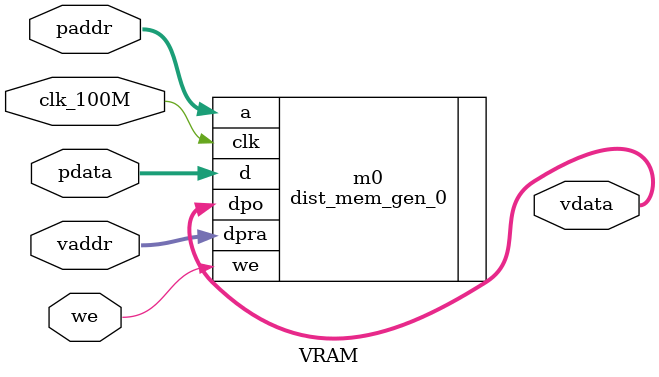
<source format=v>
`timescale 1ns / 1ps


module VRAM(
    input [15:0]paddr,
    input [11:0]pdata,
    input we,
    input [15:0]vaddr,
    output [11:0]vdata,
    input clk_100M
    );
    dist_mem_gen_0 m0(.a(paddr),.d(pdata),.dpra(vaddr),.clk(clk_100M),.we(we),.dpo(vdata));
    
endmodule

</source>
